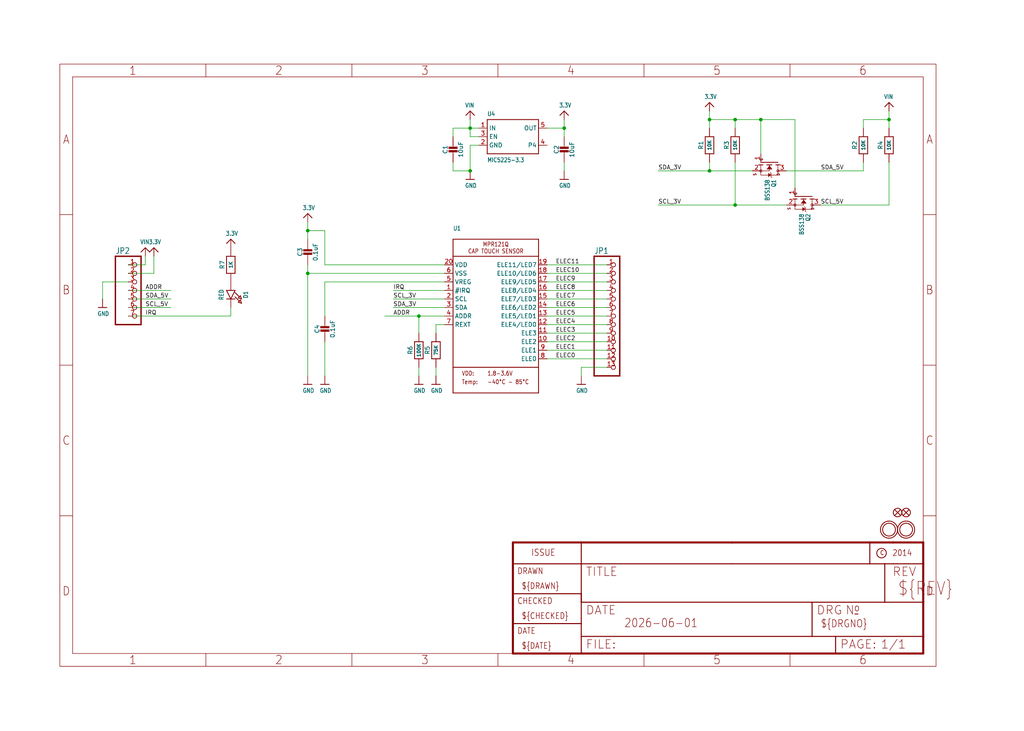
<source format=kicad_sch>
(kicad_sch (version 20230121) (generator eeschema)
  (paper "User" 304.267 217.322)
  (lib_symbols
    (symbol "working-eagle-import:3.3V" (power)
      (property "Value" "3.3V" (at -1.524 1.016 0))
      (symbol "3.3V_1_0"
        (polyline (pts (xy -1.27 -1.27) (xy 0 0)) (stroke (width 0.254)))
        (polyline (pts (xy 0 0) (xy 1.27 -1.27)) (stroke (width 0.254)))
        (pin power_in line (at 0 -2.54 90) (length 2.54) (name "3.3V") (number "1"))
      )
    )
    (symbol "working-eagle-import:CAP_CERAMIC0805-NOOUTLINE"
      (property "Reference" "C" (at -2.29 1.25 90))
      (symbol "CAP_CERAMIC0805-NOOUTLINE_1_0"
        (rectangle (start -1.27 0.508) (end 1.27 1.016) (fill (type outline)))
        (rectangle (start -1.27 1.524) (end 1.27 2.032) (fill (type outline)))
        (polyline (pts (xy 0 0.762) (xy 0 0)) (stroke (width 0.1524)))
        (polyline (pts (xy 0 2.54) (xy 0 1.778)) (stroke (width 0.1524)))
        (pin passive line (at 0 5.08 270) (length 2.54) (name "1") (number "1"))
        (pin passive line (at 0 -2.54 90) (length 2.54) (name "2") (number "2"))
      )
    )
    (symbol "working-eagle-import:CAP_CERAMIC0805_10MGAP"
      (property "Reference" "C" (at -2.29 1.25 90))
      (symbol "CAP_CERAMIC0805_10MGAP_1_0"
        (rectangle (start -1.27 0.508) (end 1.27 1.016) (fill (type outline)))
        (rectangle (start -1.27 1.524) (end 1.27 2.032) (fill (type outline)))
        (polyline (pts (xy 0 0.762) (xy 0 0)) (stroke (width 0.1524)))
        (polyline (pts (xy 0 2.54) (xy 0 1.778)) (stroke (width 0.1524)))
        (pin passive line (at 0 5.08 270) (length 2.54) (name "1") (number "1"))
        (pin passive line (at 0 -2.54 90) (length 2.54) (name "2") (number "2"))
      )
    )
    (symbol "working-eagle-import:FIDUCIAL{dblquote}{dblquote}"
      (symbol "FIDUCIAL{dblquote}{dblquote}_1_0"
        (polyline (pts (xy -0.762 0.762) (xy 0.762 -0.762)) (stroke (width 0.254)))
        (polyline (pts (xy 0.762 0.762) (xy -0.762 -0.762)) (stroke (width 0.254)))
        (circle (center 0 0) (radius 1.27) (stroke (width 0.254)))
      )
    )
    (symbol "working-eagle-import:FRAME_A4"
      (symbol "FRAME_A4_1_0"
        (polyline (pts (xy 0 44.7675) (xy 3.81 44.7675)))
        (polyline (pts (xy 0 89.535) (xy 3.81 89.535)))
        (polyline (pts (xy 0 134.3025) (xy 3.81 134.3025)))
        (polyline (pts (xy 3.81 3.81) (xy 3.81 175.26)))
        (polyline (pts (xy 43.3917 0) (xy 43.3917 3.81)))
        (polyline (pts (xy 43.3917 175.26) (xy 43.3917 179.07)))
        (polyline (pts (xy 86.7833 0) (xy 86.7833 3.81)))
        (polyline (pts (xy 86.7833 175.26) (xy 86.7833 179.07)))
        (polyline (pts (xy 130.175 0) (xy 130.175 3.81)))
        (polyline (pts (xy 130.175 175.26) (xy 130.175 179.07)))
        (polyline (pts (xy 173.5667 0) (xy 173.5667 3.81)))
        (polyline (pts (xy 173.5667 175.26) (xy 173.5667 179.07)))
        (polyline (pts (xy 216.9583 0) (xy 216.9583 3.81)))
        (polyline (pts (xy 216.9583 175.26) (xy 216.9583 179.07)))
        (polyline (pts (xy 256.54 3.81) (xy 3.81 3.81)))
        (polyline (pts (xy 256.54 3.81) (xy 256.54 8.89)) (stroke (width 0.1016)))
        (polyline (pts (xy 256.54 3.81) (xy 256.54 175.26)))
        (polyline (pts (xy 256.54 8.89) (xy 256.54 13.97)) (stroke (width 0.1016)))
        (polyline (pts (xy 256.54 13.97) (xy 256.54 19.05)) (stroke (width 0.1016)))
        (polyline (pts (xy 256.54 19.05) (xy 256.54 36.83)) (stroke (width 0.1016)))
        (polyline (pts (xy 256.54 44.7675) (xy 260.35 44.7675)))
        (polyline (pts (xy 256.54 89.535) (xy 260.35 89.535)))
        (polyline (pts (xy 256.54 134.3025) (xy 260.35 134.3025)))
        (polyline (pts (xy 256.54 175.26) (xy 3.81 175.26)))
        (polyline (pts (xy 0 0) (xy 260.35 0) (xy 260.35 179.07) (xy 0 179.07) (xy 0 0)))
        (text "1" (at 21.6958 1.905 0) (effects (font (size 2.54 2.286))))
        (text "1" (at 21.6958 177.165 0) (effects (font (size 2.54 2.286))))
        (text "2" (at 65.0875 1.905 0) (effects (font (size 2.54 2.286))))
        (text "2" (at 65.0875 177.165 0) (effects (font (size 2.54 2.286))))
        (text "3" (at 108.4792 1.905 0) (effects (font (size 2.54 2.286))))
        (text "3" (at 108.4792 177.165 0) (effects (font (size 2.54 2.286))))
        (text "4" (at 151.8708 1.905 0) (effects (font (size 2.54 2.286))))
        (text "4" (at 151.8708 177.165 0) (effects (font (size 2.54 2.286))))
        (text "5" (at 195.2625 1.905 0) (effects (font (size 2.54 2.286))))
        (text "5" (at 195.2625 177.165 0) (effects (font (size 2.54 2.286))))
        (text "6" (at 238.6542 1.905 0) (effects (font (size 2.54 2.286))))
        (text "6" (at 238.6542 177.165 0) (effects (font (size 2.54 2.286))))
        (text "A" (at 1.905 156.6863 0) (effects (font (size 2.54 2.286))))
        (text "A" (at 258.445 156.6863 0) (effects (font (size 2.54 2.286))))
        (text "B" (at 1.905 111.9188 0) (effects (font (size 2.54 2.286))))
        (text "B" (at 258.445 111.9188 0) (effects (font (size 2.54 2.286))))
        (text "C" (at 1.905 67.1513 0) (effects (font (size 2.54 2.286))))
        (text "C" (at 258.445 67.1513 0) (effects (font (size 2.54 2.286))))
        (text "D" (at 1.905 22.3838 0) (effects (font (size 2.54 2.286))))
        (text "D" (at 258.445 22.3838 0) (effects (font (size 2.54 2.286))))
      )
      (symbol "FRAME_A4_2_0"
        (polyline (pts (xy 0 1.27) (xy 20.32 1.27)) (stroke (width 0.6096)))
        (polyline (pts (xy 0 10.16) (xy 0 1.27)) (stroke (width 0.6096)))
        (polyline (pts (xy 0 10.16) (xy 20.32 10.16)) (stroke (width 0.3048)))
        (polyline (pts (xy 0 19.05) (xy 0 10.16)) (stroke (width 0.6096)))
        (polyline (pts (xy 0 19.05) (xy 20.32 19.05)) (stroke (width 0.3048)))
        (polyline (pts (xy 0 27.94) (xy 0 19.05)) (stroke (width 0.6096)))
        (polyline (pts (xy 0 27.94) (xy 20.32 27.94)) (stroke (width 0.3048)))
        (polyline (pts (xy 0 34.29) (xy 0 27.94)) (stroke (width 0.6096)))
        (polyline (pts (xy 20.32 1.27) (xy 20.32 6.35)) (stroke (width 0.3048)))
        (polyline (pts (xy 20.32 1.27) (xy 95.885 1.27)) (stroke (width 0.6096)))
        (polyline (pts (xy 20.32 6.35) (xy 20.32 10.16)) (stroke (width 0.3048)))
        (polyline (pts (xy 20.32 6.35) (xy 88.9 6.35)) (stroke (width 0.3048)))
        (polyline (pts (xy 20.32 10.16) (xy 20.32 19.05)) (stroke (width 0.3048)))
        (polyline (pts (xy 20.32 16.51) (xy 20.32 19.05)) (stroke (width 0.3048)))
        (polyline (pts (xy 20.32 19.05) (xy 20.32 27.94)) (stroke (width 0.3048)))
        (polyline (pts (xy 20.32 27.94) (xy 20.32 34.29)) (stroke (width 0.3048)))
        (polyline (pts (xy 20.32 27.94) (xy 65.0875 27.94)) (stroke (width 0.3048)))
        (polyline (pts (xy 20.32 34.29) (xy 0 34.29)) (stroke (width 0.6096)))
        (polyline (pts (xy 65.0875 27.94) (xy 106.045 27.94)) (stroke (width 0.3048)))
        (polyline (pts (xy 65.0875 34.29) (xy 20.32 34.29)) (stroke (width 0.6096)))
        (polyline (pts (xy 88.9 6.35) (xy 95.885 6.35)) (stroke (width 0.3048)))
        (polyline (pts (xy 88.9 16.51) (xy 20.32 16.51)) (stroke (width 0.3048)))
        (polyline (pts (xy 88.9 16.51) (xy 88.9 6.35)) (stroke (width 0.3048)))
        (polyline (pts (xy 95.885 1.27) (xy 121.92 1.27)) (stroke (width 0.6096)))
        (polyline (pts (xy 95.885 6.35) (xy 95.885 1.27)) (stroke (width 0.3048)))
        (polyline (pts (xy 95.885 6.35) (xy 121.92 6.35)) (stroke (width 0.3048)))
        (polyline (pts (xy 101.6 13.0175) (xy 102.5525 13.0175)) (stroke (width 0.254)))
        (polyline (pts (xy 106.045 27.94) (xy 106.045 34.29)) (stroke (width 0.3048)))
        (polyline (pts (xy 106.045 27.94) (xy 110.49 27.94)) (stroke (width 0.3048)))
        (polyline (pts (xy 106.045 34.29) (xy 65.0875 34.29)) (stroke (width 0.6096)))
        (polyline (pts (xy 110.49 16.51) (xy 88.9 16.51)) (stroke (width 0.3048)))
        (polyline (pts (xy 110.49 27.94) (xy 110.49 16.51)) (stroke (width 0.3048)))
        (polyline (pts (xy 110.49 27.94) (xy 113.03 27.94)) (stroke (width 0.3048)))
        (polyline (pts (xy 113.03 27.94) (xy 121.92 27.94)) (stroke (width 0.3048)))
        (polyline (pts (xy 113.03 34.29) (xy 106.045 34.29)) (stroke (width 0.6096)))
        (polyline (pts (xy 121.92 6.35) (xy 121.92 1.27)) (stroke (width 0.6096)))
        (polyline (pts (xy 121.92 16.51) (xy 110.49 16.51)) (stroke (width 0.3048)))
        (polyline (pts (xy 121.92 16.51) (xy 121.92 6.35)) (stroke (width 0.6096)))
        (polyline (pts (xy 121.92 27.94) (xy 121.92 16.51)) (stroke (width 0.6096)))
        (polyline (pts (xy 121.92 34.29) (xy 113.03 34.29)) (stroke (width 0.6096)))
        (polyline (pts (xy 121.92 34.29) (xy 121.92 27.94)) (stroke (width 0.6096)))
        (circle (center 109.5375 31.115) (radius 1.4199) (stroke (width 0.254)))
        (text "${#}/${##}" (at 109.22 2.54 0) (effects (font (size 2.54 2.54)) (justify left bottom)))
        (text "${CHECKED}" (at 2.54 11.43 0) (effects (font (size 1.778 1.5113)) (justify left bottom)))
        (text "${COMPANY}" (at 23.6538 29.3687 0) (effects (font (size 3.175 2.6987) (thickness 0.5397) bold) (justify left bottom)))
        (text "${CURRENT_DATE}" (at 33.02 8.89 0) (effects (font (size 2.54 2.159)) (justify left bottom)))
        (text "${DATE}" (at 2.54 2.54 0) (effects (font (size 1.778 1.5113)) (justify left bottom)))
        (text "${DRAWN}" (at 2.54 20.32 0) (effects (font (size 1.778 1.5113)) (justify left bottom)))
        (text "${DRGNO}" (at 91.44 8.89 0) (effects (font (size 2.1844 1.8567)) (justify left bottom)))
        (text "${PROJECTNAME}" (at 33.3375 2.54 0) (effects (font (size 2.54 2.159)) (justify left bottom)))
        (text "${REV}" (at 114.3 18.415 0) (effects (font (size 3.81 3.2385)) (justify left bottom)))
        (text "2014" (at 112.7125 30.1625 0) (effects (font (size 1.778 1.5113)) (justify left bottom)))
        (text "C" (at 109.0612 30.48 0) (effects (font (size 1.27 1.0795)) (justify left bottom)))
        (text "CHECKED" (at 1.27 15.875 0) (effects (font (size 1.778 1.5113)) (justify left bottom)))
        (text "DATE" (at 1.27 6.985 0) (effects (font (size 1.778 1.5113)) (justify left bottom)))
        (text "DATE" (at 21.59 12.7 0) (effects (font (size 2.54 2.54)) (justify left bottom)))
        (text "DRAWN" (at 1.27 24.765 0) (effects (font (size 1.778 1.5113)) (justify left bottom)))
        (text "DRG" (at 90.17 12.7 0) (effects (font (size 2.54 2.54)) (justify left bottom)))
        (text "FILE:" (at 21.59 2.54 0) (effects (font (size 2.54 2.54)) (justify left bottom)))
        (text "ISSUE" (at 5.3975 30.1625 0) (effects (font (size 1.9304 1.6408)) (justify left bottom)))
        (text "N" (at 98.7425 12.7 0) (effects (font (size 2.54 2.54)) (justify left bottom)))
        (text "o" (at 101.2825 13.6525 0) (effects (font (size 2.1844 1.8567)) (justify left bottom)))
        (text "PAGE:" (at 97.155 2.54 0) (effects (font (size 2.54 2.54)) (justify left bottom)))
        (text "REV" (at 112.7125 24.13 0) (effects (font (size 2.54 2.54)) (justify left bottom)))
        (text "TITLE" (at 21.59 24.13 0) (effects (font (size 2.54 2.54)) (justify left bottom)))
      )
    )
    (symbol "working-eagle-import:GND" (power)
      (property "Value" "GND" (at -1.524 -2.54 0))
      (symbol "GND_1_0"
        (polyline (pts (xy -1.27 0) (xy 1.27 0)) (stroke (width 0.254)))
        (pin power_in line (at 0 2.54 270) (length 2.54) (name "GND") (number "1"))
      )
    )
    (symbol "working-eagle-import:HEADER-1X13"
      (property "Reference" "JP" (at -6.35 18.415 0))
      (symbol "HEADER-1X13_1_0"
        (polyline (pts (xy -6.35 -17.78) (xy 1.27 -17.78)) (stroke (width 0.4064)))
        (polyline (pts (xy -6.35 17.78) (xy -6.35 -17.78)) (stroke (width 0.4064)))
        (polyline (pts (xy 1.27 -17.78) (xy 1.27 17.78)) (stroke (width 0.4064)))
        (polyline (pts (xy 1.27 17.78) (xy -6.35 17.78)) (stroke (width 0.4064)))
        (pin passive inverted (at -2.54 15.24 0) (length 2.54) (name "1") (number "1"))
        (pin passive inverted (at -2.54 -7.62 0) (length 2.54) (name "10") (number "10"))
        (pin passive inverted (at -2.54 -10.16 0) (length 2.54) (name "11") (number "11"))
        (pin passive inverted (at -2.54 -12.7 0) (length 2.54) (name "12") (number "12"))
        (pin passive inverted (at -2.54 -15.24 0) (length 2.54) (name "13") (number "13"))
        (pin passive inverted (at -2.54 12.7 0) (length 2.54) (name "2") (number "2"))
        (pin passive inverted (at -2.54 10.16 0) (length 2.54) (name "3") (number "3"))
        (pin passive inverted (at -2.54 7.62 0) (length 2.54) (name "4") (number "4"))
        (pin passive inverted (at -2.54 5.08 0) (length 2.54) (name "5") (number "5"))
        (pin passive inverted (at -2.54 2.54 0) (length 2.54) (name "6") (number "6"))
        (pin passive inverted (at -2.54 0 0) (length 2.54) (name "7") (number "7"))
        (pin passive inverted (at -2.54 -2.54 0) (length 2.54) (name "8") (number "8"))
        (pin passive inverted (at -2.54 -5.08 0) (length 2.54) (name "9") (number "9"))
      )
    )
    (symbol "working-eagle-import:HEADER-1X770MIL"
      (property "Reference" "JP" (at -6.35 10.795 0))
      (symbol "HEADER-1X770MIL_1_0"
        (polyline (pts (xy -6.35 -10.16) (xy 1.27 -10.16)) (stroke (width 0.4064)))
        (polyline (pts (xy -6.35 10.16) (xy -6.35 -10.16)) (stroke (width 0.4064)))
        (polyline (pts (xy 1.27 -10.16) (xy 1.27 10.16)) (stroke (width 0.4064)))
        (polyline (pts (xy 1.27 10.16) (xy -6.35 10.16)) (stroke (width 0.4064)))
        (pin passive inverted (at -2.54 7.62 0) (length 2.54) (name "1") (number "1"))
        (pin passive inverted (at -2.54 5.08 0) (length 2.54) (name "2") (number "2"))
        (pin passive inverted (at -2.54 2.54 0) (length 2.54) (name "3") (number "3"))
        (pin passive inverted (at -2.54 0 0) (length 2.54) (name "4") (number "4"))
        (pin passive inverted (at -2.54 -2.54 0) (length 2.54) (name "5") (number "5"))
        (pin passive inverted (at -2.54 -5.08 0) (length 2.54) (name "6") (number "6"))
        (pin passive inverted (at -2.54 -7.62 0) (length 2.54) (name "7") (number "7"))
      )
    )
    (symbol "working-eagle-import:LED0805_NOOUTLINE"
      (property "Reference" "D" (at -1.27 4.445 0))
      (symbol "LED0805_NOOUTLINE_1_0"
        (polyline (pts (xy -2.54 -1.27) (xy 0 0)) (stroke (width 0.254)))
        (polyline (pts (xy -2.54 1.27) (xy -2.54 -1.27)) (stroke (width 0.254)))
        (polyline (pts (xy -1.905 1.27) (xy -0.635 2.54)) (stroke (width 0.254)))
        (polyline (pts (xy -0.9525 2.8575) (xy -0.3175 2.2225)) (stroke (width 0.254)))
        (polyline (pts (xy -0.635 1.27) (xy 0.635 2.54)) (stroke (width 0.254)))
        (polyline (pts (xy -0.3175 2.2225) (xy 0 3.175)) (stroke (width 0.254)))
        (polyline (pts (xy 0 0) (xy -2.54 1.27)) (stroke (width 0.254)))
        (polyline (pts (xy 0 0) (xy 0 -1.27)) (stroke (width 0.254)))
        (polyline (pts (xy 0 1.27) (xy 0 0)) (stroke (width 0.254)))
        (polyline (pts (xy 0 3.175) (xy -0.9525 2.8575)) (stroke (width 0.254)))
        (polyline (pts (xy 0.3175 2.8575) (xy 0.9525 2.2225)) (stroke (width 0.254)))
        (polyline (pts (xy 0.9525 2.2225) (xy 1.27 3.175)) (stroke (width 0.254)))
        (polyline (pts (xy 1.27 3.175) (xy 0.3175 2.8575)) (stroke (width 0.254)))
        (pin passive line (at -5.08 0 0) (length 2.54) (name "A") (number "A"))
        (pin passive line (at 2.54 0 180) (length 2.54) (name "C") (number "C"))
      )
    )
    (symbol "working-eagle-import:MOSFET-NWIDE"
      (property "Reference" "Q" (at 5.08 0.635 0))
      (symbol "MOSFET-NWIDE_1_0"
        (polyline (pts (xy 0 2.54) (xy 0 -2.54)) (stroke (width 0.254)))
        (polyline (pts (xy 0.762 -2.54) (xy 0.762 -3.175)) (stroke (width 0.254)))
        (polyline (pts (xy 0.762 -1.905) (xy 0.762 -2.54)) (stroke (width 0.254)))
        (polyline (pts (xy 0.762 0) (xy 0.762 -0.762)) (stroke (width 0.254)))
        (polyline (pts (xy 0.762 0) (xy 2.54 0)) (stroke (width 0.1524)))
        (polyline (pts (xy 0.762 0.762) (xy 0.762 0)) (stroke (width 0.254)))
        (polyline (pts (xy 0.762 2.54) (xy 0.762 1.905)) (stroke (width 0.254)))
        (polyline (pts (xy 0.762 2.54) (xy 3.81 2.54)) (stroke (width 0.1524)))
        (polyline (pts (xy 0.762 3.175) (xy 0.762 2.54)) (stroke (width 0.254)))
        (polyline (pts (xy 2.54 -2.54) (xy 0.762 -2.54)) (stroke (width 0.1524)))
        (polyline (pts (xy 2.54 -2.54) (xy 3.81 -2.54)) (stroke (width 0.1524)))
        (polyline (pts (xy 2.54 0) (xy 2.54 -2.54)) (stroke (width 0.1524)))
        (polyline (pts (xy 3.302 0.508) (xy 3.048 0.254)) (stroke (width 0.1524)))
        (polyline (pts (xy 3.81 0.508) (xy 3.302 0.508)) (stroke (width 0.1524)))
        (polyline (pts (xy 3.81 0.508) (xy 3.81 -2.54)) (stroke (width 0.1524)))
        (polyline (pts (xy 3.81 2.54) (xy 3.81 0.508)) (stroke (width 0.1524)))
        (polyline (pts (xy 4.318 0.508) (xy 3.81 0.508)) (stroke (width 0.1524)))
        (polyline (pts (xy 4.572 0.762) (xy 4.318 0.508)) (stroke (width 0.1524)))
        (polyline (pts (xy 1.016 0) (xy 2.032 0.762) (xy 2.032 -0.762)) (stroke (width 0.1524)) (fill (type outline)))
        (polyline (pts (xy 3.81 0.508) (xy 3.302 -0.254) (xy 4.318 -0.254)) (stroke (width 0.1524)) (fill (type outline)))
        (circle (center 2.54 -2.54) (radius 0.3592))
        (circle (center 2.54 2.54) (radius 0.3592))
        (text "D" (at 3.175 3.175 0) (effects (font (size 0.8128 0.6908)) (justify left bottom)))
        (text "G" (at -1.27 -1.905 0) (effects (font (size 0.8128 0.6908)) (justify left bottom)))
        (text "S" (at 3.175 -3.81 0) (effects (font (size 0.8128 0.6908)) (justify left bottom)))
        (pin bidirectional line (at -2.54 -2.54 0) (length 2.54) (name "G") (number "1"))
        (pin bidirectional line (at 2.54 -5.08 90) (length 2.54) (name "S") (number "2"))
        (pin bidirectional line (at 2.54 5.08 270) (length 2.54) (name "D") (number "3"))
      )
    )
    (symbol "working-eagle-import:MOUNTINGHOLE2.5"
      (symbol "MOUNTINGHOLE2.5_1_0"
        (circle (center 0 0) (radius 1.905) (stroke (width 0.254)))
        (circle (center 0 0) (radius 2.54) (stroke (width 0.254)))
      )
    )
    (symbol "working-eagle-import:MPR121Q"
      (property "Reference" "U" (at -12.7 22.86 0))
      (symbol "MPR121Q_1_0"
        (polyline (pts (xy -12.7 -25.4) (xy 12.7 -25.4)) (stroke (width 0.254)))
        (polyline (pts (xy -12.7 -17.78) (xy -12.7 -25.4)) (stroke (width 0.254)))
        (polyline (pts (xy -12.7 -17.78) (xy -12.7 15.24)) (stroke (width 0.254)))
        (polyline (pts (xy -12.7 15.24) (xy -12.7 20.32)) (stroke (width 0.254)))
        (polyline (pts (xy -12.7 15.24) (xy 12.7 15.24)) (stroke (width 0.254)))
        (polyline (pts (xy -12.7 20.32) (xy 12.7 20.32)) (stroke (width 0.254)))
        (polyline (pts (xy 12.7 -25.4) (xy 12.7 -17.78)) (stroke (width 0.254)))
        (polyline (pts (xy 12.7 -17.78) (xy -12.7 -17.78)) (stroke (width 0.254)))
        (polyline (pts (xy 12.7 15.24) (xy 12.7 -17.78)) (stroke (width 0.254)))
        (polyline (pts (xy 12.7 20.32) (xy 12.7 15.24)) (stroke (width 0.254)))
        (text "-40°C - 85°C" (at -2.54 -22.86 0) (effects (font (size 1.27 1.0795)) (justify left bottom)))
        (text "1.8-3.6V" (at -2.54 -20.32 0) (effects (font (size 1.27 1.0795)) (justify left bottom)))
        (text "MPR121Q\nCAP TOUCH SENSOR" (at 0 17.78 0) (effects (font (size 1.27 1.0795))))
        (text "Temp:" (at -10.16 -22.86 0) (effects (font (size 1.27 1.0795)) (justify left bottom)))
        (text "VDD:" (at -10.16 -20.32 0) (effects (font (size 1.27 1.0795)) (justify left bottom)))
        (pin bidirectional line (at -15.24 5.08 0) (length 2.54) (name "#IRQ") (number "1"))
        (pin bidirectional line (at 15.24 -10.16 180) (length 2.54) (name "ELE2") (number "10"))
        (pin bidirectional line (at 15.24 -7.62 180) (length 2.54) (name "ELE3") (number "11"))
        (pin bidirectional line (at 15.24 -5.08 180) (length 2.54) (name "ELE4/LED0") (number "12"))
        (pin bidirectional line (at 15.24 -2.54 180) (length 2.54) (name "ELE5/LED1") (number "13"))
        (pin bidirectional line (at 15.24 0 180) (length 2.54) (name "ELE6/LED2") (number "14"))
        (pin bidirectional line (at 15.24 2.54 180) (length 2.54) (name "ELE7/LED3") (number "15"))
        (pin bidirectional line (at 15.24 5.08 180) (length 2.54) (name "ELE8/LED4") (number "16"))
        (pin bidirectional line (at 15.24 7.62 180) (length 2.54) (name "ELE9/LED5") (number "17"))
        (pin bidirectional line (at 15.24 10.16 180) (length 2.54) (name "ELE10/LED6") (number "18"))
        (pin bidirectional line (at 15.24 12.7 180) (length 2.54) (name "ELE11/LED7") (number "19"))
        (pin bidirectional line (at -15.24 2.54 0) (length 2.54) (name "SCL") (number "2"))
        (pin power_in line (at -15.24 12.7 0) (length 2.54) (name "VDD") (number "20"))
        (pin bidirectional line (at -15.24 0 0) (length 2.54) (name "SDA") (number "3"))
        (pin bidirectional line (at -15.24 -2.54 0) (length 2.54) (name "ADDR") (number "4"))
        (pin bidirectional line (at -15.24 7.62 0) (length 2.54) (name "VREG") (number "5"))
        (pin power_in line (at -15.24 10.16 0) (length 2.54) (name "VSS") (number "6"))
        (pin bidirectional line (at -15.24 -5.08 0) (length 2.54) (name "REXT") (number "7"))
        (pin bidirectional line (at 15.24 -15.24 180) (length 2.54) (name "ELE0") (number "8"))
        (pin bidirectional line (at 15.24 -12.7 180) (length 2.54) (name "ELE1") (number "9"))
      )
    )
    (symbol "working-eagle-import:RESISTOR0805_NOOUTLINE"
      (property "Reference" "R" (at 0 2.54 0))
      (symbol "RESISTOR0805_NOOUTLINE_1_0"
        (polyline (pts (xy -2.54 -1.27) (xy -2.54 1.27)) (stroke (width 0.254)))
        (polyline (pts (xy -2.54 1.27) (xy 2.54 1.27)) (stroke (width 0.254)))
        (polyline (pts (xy 2.54 -1.27) (xy -2.54 -1.27)) (stroke (width 0.254)))
        (polyline (pts (xy 2.54 1.27) (xy 2.54 -1.27)) (stroke (width 0.254)))
        (pin passive line (at -5.08 0 0) (length 2.54) (name "1") (number "1"))
        (pin passive line (at 5.08 0 180) (length 2.54) (name "2") (number "2"))
      )
    )
    (symbol "working-eagle-import:VIN" (power)
      (property "Value" "VIN" (at -1.524 1.016 0))
      (symbol "VIN_1_0"
        (polyline (pts (xy -1.27 -1.27) (xy 0 0)) (stroke (width 0.254)))
        (polyline (pts (xy 0 0) (xy 1.27 -1.27)) (stroke (width 0.254)))
        (pin power_in line (at 0 -2.54 90) (length 2.54) (name "VIN") (number "1"))
      )
    )
    (symbol "working-eagle-import:VREG_SOT23-5"
      (property "Reference" "U" (at -7.62 6.096 0))
      (symbol "VREG_SOT23-5_1_0"
        (polyline (pts (xy -7.62 -5.08) (xy -7.62 5.08)) (stroke (width 0.254)))
        (polyline (pts (xy -7.62 5.08) (xy 7.62 5.08)) (stroke (width 0.254)))
        (polyline (pts (xy 7.62 -5.08) (xy -7.62 -5.08)) (stroke (width 0.254)))
        (polyline (pts (xy 7.62 5.08) (xy 7.62 -5.08)) (stroke (width 0.254)))
        (pin power_in line (at -10.16 2.54 0) (length 2.54) (name "IN") (number "1"))
        (pin power_in line (at -10.16 -2.54 0) (length 2.54) (name "GND") (number "2"))
        (pin input line (at -10.16 0 0) (length 2.54) (name "EN") (number "3"))
        (pin bidirectional line (at 10.16 -2.54 180) (length 2.54) (name "P4") (number "4"))
        (pin power_in line (at 10.16 2.54 180) (length 2.54) (name "OUT") (number "5"))
      )
    )
  )
  (junction (at 218.44 35.56))
  (junction (at 91.44 81.28))
  (junction (at 124.46 93.98))
  (junction (at 210.82 50.8))
  (junction (at 91.44 68.58))
  (junction (at 210.82 35.56))
  (junction (at 218.44 60.96))
  (junction (at 226.06 35.56))
  (junction (at 264.16 35.56))
  (junction (at 139.7 50.8))
  (junction (at 139.7 38.1))
  (junction (at 167.64 38.1))
  (wire (pts (xy 38.1 78.74) (xy 43.18 78.74)) (stroke (width 0.1524)))
  (wire (pts (xy 38.1 91.44) (xy 50.8 91.44)) (stroke (width 0.1524)))
  (wire (pts (xy 256.54 38.1) (xy 256.54 35.56)) (stroke (width 0.1524)))
  (wire (pts (xy 91.44 78.74) (xy 91.44 81.28)) (stroke (width 0.1524)))
  (wire (pts (xy 134.62 48.26) (xy 134.62 50.8)) (stroke (width 0.1524)))
  (wire (pts (xy 162.56 83.82) (xy 180.34 83.82)) (stroke (width 0.1524)))
  (wire (pts (xy 132.08 81.28) (xy 91.44 81.28)) (stroke (width 0.1524)))
  (wire (pts (xy 132.08 86.36) (xy 116.84 86.36)) (stroke (width 0.1524)))
  (wire (pts (xy 142.24 40.64) (xy 139.7 40.64)) (stroke (width 0.1524)))
  (wire (pts (xy 142.24 43.18) (xy 139.7 43.18)) (stroke (width 0.1524)))
  (wire (pts (xy 162.56 81.28) (xy 180.34 81.28)) (stroke (width 0.1524)))
  (wire (pts (xy 45.72 81.28) (xy 45.72 76.2)) (stroke (width 0.1524)))
  (wire (pts (xy 38.1 83.82) (xy 30.48 83.82)) (stroke (width 0.1524)))
  (wire (pts (xy 167.64 38.1) (xy 167.64 40.64)) (stroke (width 0.1524)))
  (wire (pts (xy 129.54 109.22) (xy 129.54 111.76)) (stroke (width 0.1524)))
  (wire (pts (xy 210.82 48.26) (xy 210.82 50.8)) (stroke (width 0.1524)))
  (wire (pts (xy 38.1 88.9) (xy 50.8 88.9)) (stroke (width 0.1524)))
  (wire (pts (xy 162.56 106.68) (xy 180.34 106.68)) (stroke (width 0.1524)))
  (wire (pts (xy 91.44 71.12) (xy 91.44 68.58)) (stroke (width 0.1524)))
  (wire (pts (xy 162.56 93.98) (xy 180.34 93.98)) (stroke (width 0.1524)))
  (wire (pts (xy 139.7 40.64) (xy 139.7 38.1)) (stroke (width 0.1524)))
  (wire (pts (xy 233.68 60.96) (xy 218.44 60.96)) (stroke (width 0.1524)))
  (wire (pts (xy 132.08 78.74) (xy 96.52 78.74)) (stroke (width 0.1524)))
  (wire (pts (xy 162.56 104.14) (xy 180.34 104.14)) (stroke (width 0.1524)))
  (wire (pts (xy 162.56 78.74) (xy 180.34 78.74)) (stroke (width 0.1524)))
  (wire (pts (xy 132.08 96.52) (xy 129.54 96.52)) (stroke (width 0.1524)))
  (wire (pts (xy 162.56 91.44) (xy 180.34 91.44)) (stroke (width 0.1524)))
  (wire (pts (xy 91.44 68.58) (xy 91.44 66.04)) (stroke (width 0.1524)))
  (wire (pts (xy 132.08 91.44) (xy 116.84 91.44)) (stroke (width 0.1524)))
  (wire (pts (xy 210.82 33.02) (xy 210.82 35.56)) (stroke (width 0.1524)))
  (wire (pts (xy 162.56 86.36) (xy 180.34 86.36)) (stroke (width 0.1524)))
  (wire (pts (xy 226.06 35.56) (xy 226.06 45.72)) (stroke (width 0.1524)))
  (wire (pts (xy 223.52 50.8) (xy 210.82 50.8)) (stroke (width 0.1524)))
  (wire (pts (xy 142.24 38.1) (xy 139.7 38.1)) (stroke (width 0.1524)))
  (wire (pts (xy 218.44 60.96) (xy 195.58 60.96)) (stroke (width 0.1524)))
  (wire (pts (xy 162.56 101.6) (xy 180.34 101.6)) (stroke (width 0.1524)))
  (wire (pts (xy 38.1 81.28) (xy 45.72 81.28)) (stroke (width 0.1524)))
  (wire (pts (xy 139.7 43.18) (xy 139.7 50.8)) (stroke (width 0.1524)))
  (wire (pts (xy 134.62 40.64) (xy 134.62 38.1)) (stroke (width 0.1524)))
  (wire (pts (xy 162.56 96.52) (xy 180.34 96.52)) (stroke (width 0.1524)))
  (wire (pts (xy 256.54 50.8) (xy 256.54 48.26)) (stroke (width 0.1524)))
  (wire (pts (xy 167.64 48.26) (xy 167.64 50.8)) (stroke (width 0.1524)))
  (wire (pts (xy 264.16 38.1) (xy 264.16 35.56)) (stroke (width 0.1524)))
  (wire (pts (xy 243.84 60.96) (xy 264.16 60.96)) (stroke (width 0.1524)))
  (wire (pts (xy 96.52 83.82) (xy 96.52 93.98)) (stroke (width 0.1524)))
  (wire (pts (xy 96.52 101.6) (xy 96.52 111.76)) (stroke (width 0.1524)))
  (wire (pts (xy 180.34 109.22) (xy 172.72 109.22)) (stroke (width 0.1524)))
  (wire (pts (xy 38.1 86.36) (xy 50.8 86.36)) (stroke (width 0.1524)))
  (wire (pts (xy 132.08 93.98) (xy 124.46 93.98)) (stroke (width 0.1524)))
  (wire (pts (xy 218.44 35.56) (xy 226.06 35.56)) (stroke (width 0.1524)))
  (wire (pts (xy 226.06 35.56) (xy 236.22 35.56)) (stroke (width 0.1524)))
  (wire (pts (xy 132.08 83.82) (xy 96.52 83.82)) (stroke (width 0.1524)))
  (wire (pts (xy 30.48 83.82) (xy 30.48 88.9)) (stroke (width 0.1524)))
  (wire (pts (xy 167.64 38.1) (xy 167.64 35.56)) (stroke (width 0.1524)))
  (wire (pts (xy 124.46 93.98) (xy 124.46 99.06)) (stroke (width 0.1524)))
  (wire (pts (xy 91.44 81.28) (xy 91.44 111.76)) (stroke (width 0.1524)))
  (wire (pts (xy 264.16 35.56) (xy 264.16 33.02)) (stroke (width 0.1524)))
  (wire (pts (xy 134.62 50.8) (xy 139.7 50.8)) (stroke (width 0.1524)))
  (wire (pts (xy 162.56 38.1) (xy 167.64 38.1)) (stroke (width 0.1524)))
  (wire (pts (xy 210.82 50.8) (xy 195.58 50.8)) (stroke (width 0.1524)))
  (wire (pts (xy 162.56 88.9) (xy 180.34 88.9)) (stroke (width 0.1524)))
  (wire (pts (xy 68.58 93.98) (xy 38.1 93.98)) (stroke (width 0.1524)))
  (wire (pts (xy 172.72 109.22) (xy 172.72 111.76)) (stroke (width 0.1524)))
  (wire (pts (xy 218.44 48.26) (xy 218.44 60.96)) (stroke (width 0.1524)))
  (wire (pts (xy 68.58 93.98) (xy 68.58 91.44)) (stroke (width 0.1524)))
  (wire (pts (xy 139.7 38.1) (xy 139.7 35.56)) (stroke (width 0.1524)))
  (wire (pts (xy 43.18 78.74) (xy 43.18 76.2)) (stroke (width 0.1524)))
  (wire (pts (xy 210.82 38.1) (xy 210.82 35.56)) (stroke (width 0.1524)))
  (wire (pts (xy 96.52 78.74) (xy 96.52 68.58)) (stroke (width 0.1524)))
  (wire (pts (xy 124.46 93.98) (xy 114.3 93.98)) (stroke (width 0.1524)))
  (wire (pts (xy 264.16 60.96) (xy 264.16 48.26)) (stroke (width 0.1524)))
  (wire (pts (xy 256.54 35.56) (xy 264.16 35.56)) (stroke (width 0.1524)))
  (wire (pts (xy 233.68 50.8) (xy 256.54 50.8)) (stroke (width 0.1524)))
  (wire (pts (xy 96.52 68.58) (xy 91.44 68.58)) (stroke (width 0.1524)))
  (wire (pts (xy 134.62 38.1) (xy 139.7 38.1)) (stroke (width 0.1524)))
  (wire (pts (xy 162.56 99.06) (xy 180.34 99.06)) (stroke (width 0.1524)))
  (wire (pts (xy 236.22 35.56) (xy 236.22 55.88)) (stroke (width 0.1524)))
  (wire (pts (xy 124.46 109.22) (xy 124.46 111.76)) (stroke (width 0.1524)))
  (wire (pts (xy 132.08 88.9) (xy 116.84 88.9)) (stroke (width 0.1524)))
  (wire (pts (xy 218.44 38.1) (xy 218.44 35.56)) (stroke (width 0.1524)))
  (wire (pts (xy 210.82 35.56) (xy 218.44 35.56)) (stroke (width 0.1524)))
  (wire (pts (xy 129.54 96.52) (xy 129.54 99.06)) (stroke (width 0.1524)))
  (label "ADDR" (at 116.84 93.98 0) (effects (font (size 1.2446 1.2446))))
  (label "ELEC5" (at 165.1 93.98 0) (effects (font (size 1.2446 1.2446))))
  (label "SDA_5V" (at 43.18 88.9 0) (effects (font (size 1.2446 1.2446))))
  (label "SDA_3V" (at 116.84 91.44 0) (effects (font (size 1.2446 1.2446))))
  (label "SCL_3V" (at 116.84 88.9 0) (effects (font (size 1.2446 1.2446))))
  (label "ADDR" (at 43.18 86.36 0) (effects (font (size 1.2446 1.2446))))
  (label "IRQ" (at 43.18 93.98 0) (effects (font (size 1.2446 1.2446))))
  (label "SCL_5V" (at 243.84 60.96 0) (effects (font (size 1.2446 1.2446))))
  (label "ELEC8" (at 165.1 86.36 0) (effects (font (size 1.2446 1.2446))))
  (label "ELEC0" (at 165.1 106.68 0) (effects (font (size 1.2446 1.2446))))
  (label "SDA_5V" (at 243.84 50.8 0) (effects (font (size 1.2446 1.2446))))
  (label "SCL_5V" (at 43.18 91.44 0) (effects (font (size 1.2446 1.2446))))
  (label "IRQ" (at 116.84 86.36 0) (effects (font (size 1.2446 1.2446))))
  (label "ELEC10" (at 165.1 81.28 0) (effects (font (size 1.2446 1.2446))))
  (label "ELEC3" (at 165.1 99.06 0) (effects (font (size 1.2446 1.2446))))
  (label "ELEC2" (at 165.1 101.6 0) (effects (font (size 1.2446 1.2446))))
  (label "ELEC11" (at 165.1 78.74 0) (effects (font (size 1.2446 1.2446))))
  (label "ELEC6" (at 165.1 91.44 0) (effects (font (size 1.2446 1.2446))))
  (label "SCL_3V" (at 195.58 60.96 0) (effects (font (size 1.2446 1.2446))))
  (label "ELEC1" (at 165.1 104.14 0) (effects (font (size 1.2446 1.2446))))
  (label "ELEC9" (at 165.1 83.82 0) (effects (font (size 1.2446 1.2446))))
  (label "ELEC7" (at 165.1 88.9 0) (effects (font (size 1.2446 1.2446))))
  (label "ELEC4" (at 165.1 96.52 0) (effects (font (size 1.2446 1.2446))))
  (label "SDA_3V" (at 195.58 50.8 0) (effects (font (size 1.2446 1.2446))))
  (symbol (lib_id "working-eagle-import:GND") (at 129.54 114.3 0) (unit 1)
    (property "Reference" "#U$4" (effects hide))
    (property "Value" "GND" (at 128.016 116.84 0) (effects (font (size 1.27 1.0795)) (justify left bottom)))
  )
  (symbol (lib_id "working-eagle-import:RESISTOR0805_NOOUTLINE") (at 68.58 78.74 90) (unit 1)
    (property "Reference" "R7" (at 66.04 78.74 0))
    (property "Value" "1K" (at 68.58 78.74 0) (effects (font (size 1.016 1.016) bold)))
    (property "Footprint" "working:0805-NO" (effects hide))
  )
  (symbol (lib_id "working-eagle-import:GND") (at 167.64 53.34 0) (unit 1)
    (property "Reference" "#U$17" (effects hide))
    (property "Value" "GND" (at 166.116 55.88 0) (effects (font (size 1.27 1.0795)) (justify left bottom)))
  )
  (symbol (lib_id "working-eagle-import:RESISTOR0805_NOOUTLINE") (at 218.44 43.18 90) (unit 1)
    (property "Reference" "R3" (at 215.9 43.18 0))
    (property "Value" "10K" (at 218.44 43.18 0) (effects (font (size 1.016 1.016) bold)))
    (property "Footprint" "working:0805-NO" (effects hide))
  )
  (symbol (lib_id "working-eagle-import:MOUNTINGHOLE2.5") (at 269.24 157.48 0) (unit 1)
    (property "Reference" "U$10" (effects hide))
    (property "Value" "MOUNTINGHOLE2.5" (effects hide))
    (property "Footprint" "working:MOUNTINGHOLE_2.5_PLATED" (effects hide))
  )
  (symbol (lib_id "working-eagle-import:GND") (at 139.7 53.34 0) (unit 1)
    (property "Reference" "#U$19" (effects hide))
    (property "Value" "GND" (at 138.176 55.88 0) (effects (font (size 1.27 1.0795)) (justify left bottom)))
  )
  (symbol (lib_id "working-eagle-import:VIN") (at 139.7 33.02 0) (unit 1)
    (property "Reference" "#U$18" (effects hide))
    (property "Value" "VIN" (at 138.176 32.004 0) (effects (font (size 1.27 1.0795)) (justify left bottom)))
  )
  (symbol (lib_id "working-eagle-import:VREG_SOT23-5") (at 152.4 40.64 0) (unit 1)
    (property "Reference" "U4" (at 144.78 34.544 0) (effects (font (size 1.27 1.0795)) (justify left bottom)))
    (property "Value" "MIC5225-3.3" (at 144.78 48.26 0) (effects (font (size 1.27 1.0795)) (justify left bottom)))
    (property "Footprint" "working:SOT23-5" (effects hide))
  )
  (symbol (lib_id "working-eagle-import:3.3V") (at 210.82 30.48 0) (unit 1)
    (property "Reference" "#U$20" (effects hide))
    (property "Value" "3.3V" (at 209.296 29.464 0) (effects (font (size 1.27 1.0795)) (justify left bottom)))
  )
  (symbol (lib_id "working-eagle-import:RESISTOR0805_NOOUTLINE") (at 124.46 104.14 90) (unit 1)
    (property "Reference" "R6" (at 121.92 104.14 0))
    (property "Value" "100K" (at 124.46 104.14 0) (effects (font (size 1.016 1.016) bold)))
    (property "Footprint" "working:0805-NO" (effects hide))
  )
  (symbol (lib_id "working-eagle-import:GND") (at 30.48 91.44 0) (unit 1)
    (property "Reference" "#U$9" (effects hide))
    (property "Value" "GND" (at 28.956 93.98 0) (effects (font (size 1.27 1.0795)) (justify left bottom)))
  )
  (symbol (lib_id "working-eagle-import:MOSFET-NWIDE") (at 228.6 48.26 270) (unit 1)
    (property "Reference" "Q1" (at 229.235 53.34 0) (effects (font (size 1.27 1.0795)) (justify left bottom)))
    (property "Value" "BSS138" (at 227.33 53.34 0) (effects (font (size 1.27 1.0795)) (justify left bottom)))
    (property "Footprint" "working:SOT23-WIDE" (effects hide))
  )
  (symbol (lib_id "working-eagle-import:HEADER-1X13") (at 182.88 93.98 0) (unit 1)
    (property "Reference" "JP1" (at 176.53 75.565 0) (effects (font (size 1.778 1.5113)) (justify left bottom)))
    (property "Value" "HEADER-1X13" (effects hide))
    (property "Footprint" "working:1X13_ROUND_70" (effects hide))
  )
  (symbol (lib_id "working-eagle-import:GND") (at 91.44 114.3 0) (unit 1)
    (property "Reference" "#U$2" (effects hide))
    (property "Value" "GND" (at 89.916 116.84 0) (effects (font (size 1.27 1.0795)) (justify left bottom)))
  )
  (symbol (lib_id "working-eagle-import:GND") (at 96.52 114.3 0) (unit 1)
    (property "Reference" "#U$3" (effects hide))
    (property "Value" "GND" (at 94.996 116.84 0) (effects (font (size 1.27 1.0795)) (justify left bottom)))
  )
  (symbol (lib_id "working-eagle-import:GND") (at 124.46 114.3 0) (unit 1)
    (property "Reference" "#U$5" (effects hide))
    (property "Value" "GND" (at 122.936 116.84 0) (effects (font (size 1.27 1.0795)) (justify left bottom)))
  )
  (symbol (lib_id "working-eagle-import:FRAME_A4") (at 17.78 198.12 0) (unit 1)
    (property "Reference" "#FRAME1" (effects hide))
    (property "Value" "FRAME_A4" (effects hide))
  )
  (symbol (lib_id "working-eagle-import:MPR121Q") (at 147.32 91.44 0) (unit 1)
    (property "Reference" "U1" (at 134.62 68.58 0) (effects (font (size 1.27 1.0795)) (justify left bottom)))
    (property "Value" "MPR121Q" (effects hide))
    (property "Footprint" "working:QFN20_3MM_NOTHERMAL" (effects hide))
  )
  (symbol (lib_id "working-eagle-import:RESISTOR0805_NOOUTLINE") (at 129.54 104.14 90) (unit 1)
    (property "Reference" "R5" (at 127 104.14 0))
    (property "Value" "75K" (at 129.54 104.14 0) (effects (font (size 1.016 1.016) bold)))
    (property "Footprint" "working:0805-NO" (effects hide))
  )
  (symbol (lib_id "working-eagle-import:FIDUCIAL{dblquote}{dblquote}") (at 266.7 152.4 0) (unit 1)
    (property "Reference" "FID2" (effects hide))
    (property "Value" "FIDUCIAL{dblquote}{dblquote}" (effects hide))
    (property "Footprint" "working:FIDUCIAL_1MM" (effects hide))
  )
  (symbol (lib_id "working-eagle-import:MOSFET-NWIDE") (at 238.76 58.42 270) (unit 1)
    (property "Reference" "Q2" (at 239.395 63.5 0) (effects (font (size 1.27 1.0795)) (justify left bottom)))
    (property "Value" "BSS138" (at 237.49 63.5 0) (effects (font (size 1.27 1.0795)) (justify left bottom)))
    (property "Footprint" "working:SOT23-WIDE" (effects hide))
  )
  (symbol (lib_id "working-eagle-import:VIN") (at 43.18 73.66 0) (unit 1)
    (property "Reference" "#U$8" (effects hide))
    (property "Value" "VIN" (at 41.656 72.644 0) (effects (font (size 1.27 1.0795)) (justify left bottom)))
  )
  (symbol (lib_id "working-eagle-import:VIN") (at 264.16 30.48 0) (unit 1)
    (property "Reference" "#U$21" (effects hide))
    (property "Value" "VIN" (at 262.636 29.464 0) (effects (font (size 1.27 1.0795)) (justify left bottom)))
  )
  (symbol (lib_id "working-eagle-import:CAP_CERAMIC0805-NOOUTLINE") (at 134.62 45.72 0) (unit 1)
    (property "Reference" "C1" (at 132.33 44.47 90))
    (property "Value" "10uF" (at 136.92 44.47 90))
    (property "Footprint" "working:0805-NO" (effects hide))
  )
  (symbol (lib_id "working-eagle-import:CAP_CERAMIC0805-NOOUTLINE") (at 167.64 45.72 0) (unit 1)
    (property "Reference" "C2" (at 165.35 44.47 90))
    (property "Value" "10uF" (at 169.94 44.47 90))
    (property "Footprint" "working:0805-NO" (effects hide))
  )
  (symbol (lib_id "working-eagle-import:3.3V") (at 91.44 63.5 0) (unit 1)
    (property "Reference" "#U$1" (effects hide))
    (property "Value" "3.3V" (at 89.916 62.484 0) (effects (font (size 1.27 1.0795)) (justify left bottom)))
  )
  (symbol (lib_id "working-eagle-import:HEADER-1X770MIL") (at 40.64 86.36 0) (unit 1)
    (property "Reference" "JP2" (at 34.29 75.565 0) (effects (font (size 1.778 1.5113)) (justify left bottom)))
    (property "Value" "HEADER-1X770MIL" (effects hide))
    (property "Footprint" "working:1X07_ROUND_70" (effects hide))
  )
  (symbol (lib_id "working-eagle-import:CAP_CERAMIC0805_10MGAP") (at 91.44 76.2 0) (unit 1)
    (property "Reference" "C3" (at 89.15 74.95 90))
    (property "Value" "0.1uF" (at 93.74 74.95 90))
    (property "Footprint" "working:0805_10MGAP" (effects hide))
  )
  (symbol (lib_id "working-eagle-import:3.3V") (at 68.58 71.12 0) (unit 1)
    (property "Reference" "#U$12" (effects hide))
    (property "Value" "3.3V" (at 67.056 70.104 0) (effects (font (size 1.27 1.0795)) (justify left bottom)))
  )
  (symbol (lib_id "working-eagle-import:GND") (at 172.72 114.3 0) (unit 1)
    (property "Reference" "#U$6" (effects hide))
    (property "Value" "GND" (at 171.196 116.84 0) (effects (font (size 1.27 1.0795)) (justify left bottom)))
  )
  (symbol (lib_id "working-eagle-import:LED0805_NOOUTLINE") (at 68.58 88.9 270) (unit 1)
    (property "Reference" "D1" (at 73.025 87.63 0) (effects (font (size 1.27 1.0795))))
    (property "Value" "RED" (at 65.786 87.63 0) (effects (font (size 1.27 1.0795))))
    (property "Footprint" "working:CHIPLED_0805_NOOUTLINE" (effects hide))
  )
  (symbol (lib_id "working-eagle-import:RESISTOR0805_NOOUTLINE") (at 264.16 43.18 90) (unit 1)
    (property "Reference" "R4" (at 261.62 43.18 0))
    (property "Value" "10K" (at 264.16 43.18 0) (effects (font (size 1.016 1.016) bold)))
    (property "Footprint" "working:0805-NO" (effects hide))
  )
  (symbol (lib_id "working-eagle-import:RESISTOR0805_NOOUTLINE") (at 210.82 43.18 90) (unit 1)
    (property "Reference" "R1" (at 208.28 43.18 0))
    (property "Value" "10K" (at 210.82 43.18 0) (effects (font (size 1.016 1.016) bold)))
    (property "Footprint" "working:0805-NO" (effects hide))
  )
  (symbol (lib_id "working-eagle-import:RESISTOR0805_NOOUTLINE") (at 256.54 43.18 90) (unit 1)
    (property "Reference" "R2" (at 254 43.18 0))
    (property "Value" "10K" (at 256.54 43.18 0) (effects (font (size 1.016 1.016) bold)))
    (property "Footprint" "working:0805-NO" (effects hide))
  )
  (symbol (lib_id "working-eagle-import:FIDUCIAL{dblquote}{dblquote}") (at 269.24 152.4 0) (unit 1)
    (property "Reference" "FID1" (effects hide))
    (property "Value" "FIDUCIAL{dblquote}{dblquote}" (effects hide))
    (property "Footprint" "working:FIDUCIAL_1MM" (effects hide))
  )
  (symbol (lib_id "working-eagle-import:3.3V") (at 45.72 73.66 0) (unit 1)
    (property "Reference" "#U$7" (effects hide))
    (property "Value" "3.3V" (at 44.196 72.644 0) (effects (font (size 1.27 1.0795)) (justify left bottom)))
  )
  (symbol (lib_id "working-eagle-import:3.3V") (at 167.64 33.02 0) (unit 1)
    (property "Reference" "#U$16" (effects hide))
    (property "Value" "3.3V" (at 166.116 32.004 0) (effects (font (size 1.27 1.0795)) (justify left bottom)))
  )
  (symbol (lib_id "working-eagle-import:CAP_CERAMIC0805-NOOUTLINE") (at 96.52 99.06 0) (unit 1)
    (property "Reference" "C4" (at 94.23 97.81 90))
    (property "Value" "0.1uF" (at 98.82 97.81 90))
    (property "Footprint" "working:0805-NO" (effects hide))
  )
  (symbol (lib_id "working-eagle-import:FRAME_A4") (at 152.4 195.58 0) (unit 2)
    (property "Reference" "#FRAME1" (effects hide))
    (property "Value" "FRAME_A4" (effects hide))
  )
  (symbol (lib_id "working-eagle-import:MOUNTINGHOLE2.5") (at 264.16 157.48 0) (unit 1)
    (property "Reference" "U$11" (effects hide))
    (property "Value" "MOUNTINGHOLE2.5" (effects hide))
    (property "Footprint" "working:MOUNTINGHOLE_2.5_PLATED" (effects hide))
  )
)
</source>
